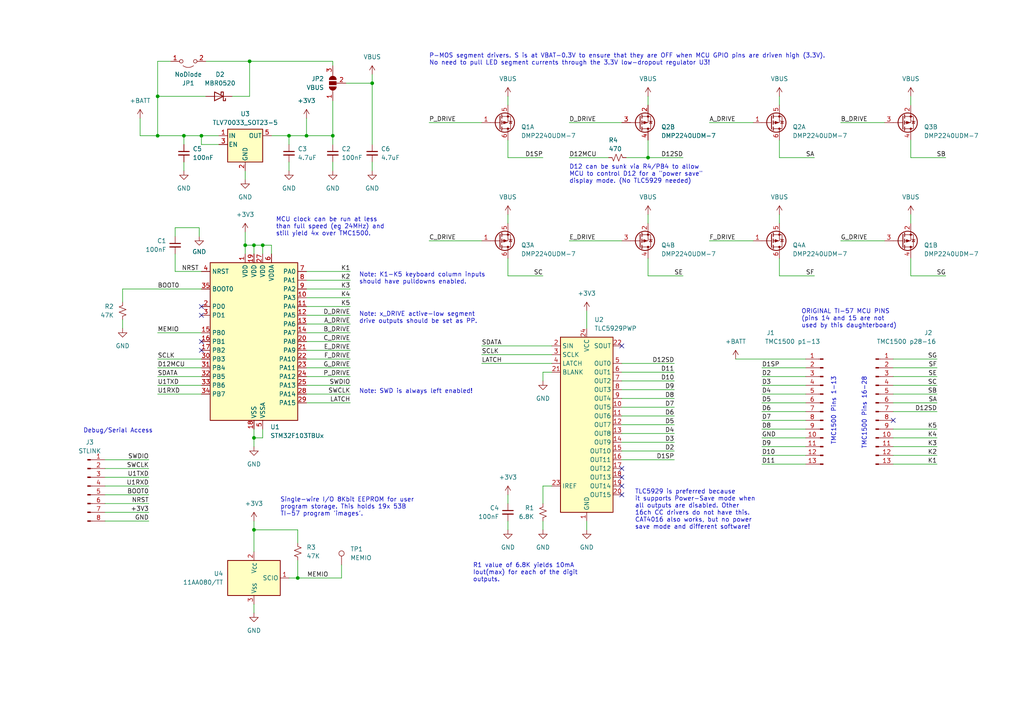
<source format=kicad_sch>
(kicad_sch (version 20230121) (generator eeschema)
  (paper "A4")
  (title_block (title "RCL-57 Retrofit MCU") (date "2024-02-26") (rev "0.2") (company "tomcircuit@gmail.com"))
  (lib_symbols
    (symbol "Connector:Conn_01x08_Pin" (pin_names (offset 1.016) hide)
      (property "Reference" "J" (at 0 10.16 0))
      (property "Value" "Conn_01x08_Pin" (at 0 -12.7 0))
      (symbol "Conn_01x08_Pin_1_1"
        (polyline (pts (xy 1.27 -10.16) (xy 0.8636 -10.16)) (stroke (width 0.1524)))
        (polyline (pts (xy 1.27 -7.62) (xy 0.8636 -7.62)) (stroke (width 0.1524)))
        (polyline (pts (xy 1.27 -5.08) (xy 0.8636 -5.08)) (stroke (width 0.1524)))
        (polyline (pts (xy 1.27 -2.54) (xy 0.8636 -2.54)) (stroke (width 0.1524)))
        (polyline (pts (xy 1.27 0) (xy 0.8636 0)) (stroke (width 0.1524)))
        (polyline (pts (xy 1.27 2.54) (xy 0.8636 2.54)) (stroke (width 0.1524)))
        (polyline (pts (xy 1.27 5.08) (xy 0.8636 5.08)) (stroke (width 0.1524)))
        (polyline (pts (xy 1.27 7.62) (xy 0.8636 7.62)) (stroke (width 0.1524)))
        (rectangle (start 0.8636 -10.033) (end 0 -10.287) (stroke (width 0.1524)) (fill (type outline)))
        (rectangle (start 0.8636 -7.493) (end 0 -7.747) (stroke (width 0.1524)) (fill (type outline)))
        (rectangle (start 0.8636 -4.953) (end 0 -5.207) (stroke (width 0.1524)) (fill (type outline)))
        (rectangle (start 0.8636 -2.413) (end 0 -2.667) (stroke (width 0.1524)) (fill (type outline)))
        (rectangle (start 0.8636 0.127) (end 0 -0.127) (stroke (width 0.1524)) (fill (type outline)))
        (rectangle (start 0.8636 2.667) (end 0 2.413) (stroke (width 0.1524)) (fill (type outline)))
        (rectangle (start 0.8636 5.207) (end 0 4.953) (stroke (width 0.1524)) (fill (type outline)))
        (rectangle (start 0.8636 7.747) (end 0 7.493) (stroke (width 0.1524)) (fill (type outline)))
        (pin passive line (at 5.08 7.62 180) (length 3.81) (name "Pin_1") (number "1"))
        (pin passive line (at 5.08 5.08 180) (length 3.81) (name "Pin_2") (number "2"))
        (pin passive line (at 5.08 2.54 180) (length 3.81) (name "Pin_3") (number "3"))
        (pin passive line (at 5.08 0 180) (length 3.81) (name "Pin_4") (number "4"))
        (pin passive line (at 5.08 -2.54 180) (length 3.81) (name "Pin_5") (number "5"))
        (pin passive line (at 5.08 -5.08 180) (length 3.81) (name "Pin_6") (number "6"))
        (pin passive line (at 5.08 -7.62 180) (length 3.81) (name "Pin_7") (number "7"))
        (pin passive line (at 5.08 -10.16 180) (length 3.81) (name "Pin_8") (number "8"))
      )
    )
    (symbol "Connector:Conn_01x13_Pin" (pin_names (offset 1.016) hide)
      (property "Reference" "J" (at 0 17.78 0))
      (property "Value" "Conn_01x13_Pin" (at 0 -17.78 0))
      (symbol "Conn_01x13_Pin_1_1"
        (polyline (pts (xy 1.27 -15.24) (xy 0.8636 -15.24)) (stroke (width 0.1524)))
        (polyline (pts (xy 1.27 -12.7) (xy 0.8636 -12.7)) (stroke (width 0.1524)))
        (polyline (pts (xy 1.27 -10.16) (xy 0.8636 -10.16)) (stroke (width 0.1524)))
        (polyline (pts (xy 1.27 -7.62) (xy 0.8636 -7.62)) (stroke (width 0.1524)))
        (polyline (pts (xy 1.27 -5.08) (xy 0.8636 -5.08)) (stroke (width 0.1524)))
        (polyline (pts (xy 1.27 -2.54) (xy 0.8636 -2.54)) (stroke (width 0.1524)))
        (polyline (pts (xy 1.27 0) (xy 0.8636 0)) (stroke (width 0.1524)))
        (polyline (pts (xy 1.27 2.54) (xy 0.8636 2.54)) (stroke (width 0.1524)))
        (polyline (pts (xy 1.27 5.08) (xy 0.8636 5.08)) (stroke (width 0.1524)))
        (polyline (pts (xy 1.27 7.62) (xy 0.8636 7.62)) (stroke (width 0.1524)))
        (polyline (pts (xy 1.27 10.16) (xy 0.8636 10.16)) (stroke (width 0.1524)))
        (polyline (pts (xy 1.27 12.7) (xy 0.8636 12.7)) (stroke (width 0.1524)))
        (polyline (pts (xy 1.27 15.24) (xy 0.8636 15.24)) (stroke (width 0.1524)))
        (rectangle (start 0.8636 -15.113) (end 0 -15.367) (stroke (width 0.1524)) (fill (type outline)))
        (rectangle (start 0.8636 -12.573) (end 0 -12.827) (stroke (width 0.1524)) (fill (type outline)))
        (rectangle (start 0.8636 -10.033) (end 0 -10.287) (stroke (width 0.1524)) (fill (type outline)))
        (rectangle (start 0.8636 -7.493) (end 0 -7.747) (stroke (width 0.1524)) (fill (type outline)))
        (rectangle (start 0.8636 -4.953) (end 0 -5.207) (stroke (width 0.1524)) (fill (type outline)))
        (rectangle (start 0.8636 -2.413) (end 0 -2.667) (stroke (width 0.1524)) (fill (type outline)))
        (rectangle (start 0.8636 0.127) (end 0 -0.127) (stroke (width 0.1524)) (fill (type outline)))
        (rectangle (start 0.8636 2.667) (end 0 2.413) (stroke (width 0.1524)) (fill (type outline)))
        (rectangle (start 0.8636 5.207) (end 0 4.953) (stroke (width 0.1524)) (fill (type outline)))
        (rectangle (start 0.8636 7.747) (end 0 7.493) (stroke (width 0.1524)) (fill (type outline)))
        (rectangle (start 0.8636 10.287) (end 0 10.033) (stroke (width 0.1524)) (fill (type outline)))
        (rectangle (start 0.8636 12.827) (end 0 12.573) (stroke (width 0.1524)) (fill (type outline)))
        (rectangle (start 0.8636 15.367) (end 0 15.113) (stroke (width 0.1524)) (fill (type outline)))
        (pin passive line (at 5.08 15.24 180) (length 3.81) (name "Pin_1") (number "1"))
        (pin passive line (at 5.08 -7.62 180) (length 3.81) (name "Pin_10") (number "10"))
        (pin passive line (at 5.08 -10.16 180) (length 3.81) (name "Pin_11") (number "11"))
        (pin passive line (at 5.08 -12.7 180) (length 3.81) (name "Pin_12") (number "12"))
        (pin passive line (at 5.08 -15.24 180) (length 3.81) (name "Pin_13") (number "13"))
        (pin passive line (at 5.08 12.7 180) (length 3.81) (name "Pin_2") (number "2"))
        (pin passive line (at 5.08 10.16 180) (length 3.81) (name "Pin_3") (number "3"))
        (pin passive line (at 5.08 7.62 180) (length 3.81) (name "Pin_4") (number "4"))
        (pin passive line (at 5.08 5.08 180) (length 3.81) (name "Pin_5") (number "5"))
        (pin passive line (at 5.08 2.54 180) (length 3.81) (name "Pin_6") (number "6"))
        (pin passive line (at 5.08 0 180) (length 3.81) (name "Pin_7") (number "7"))
        (pin passive line (at 5.08 -2.54 180) (length 3.81) (name "Pin_8") (number "8"))
        (pin passive line (at 5.08 -5.08 180) (length 3.81) (name "Pin_9") (number "9"))
      )
    )
    (symbol "Connector:TestPoint" (pin_numbers hide) (pin_names (offset 0.762) hide)
      (property "Reference" "TP" (at 0 6.858 0))
      (property "Value" "TestPoint" (at 0 5.08 0))
      (symbol "TestPoint_0_1"
        (circle (center 0 3.302) (radius 0.762))
      )
      (symbol "TestPoint_1_1"
        (pin passive line (at 0 0 90) (length 2.54) (name "1") (number "1"))
      )
    )
    (symbol "Device:C_Small" (pin_numbers hide) (pin_names (offset 0.254) hide)
      (property "Reference" "C" (at 0.254 1.778 0))
      (property "Value" "C_Small" (at 0.254 -2.032 0))
      (symbol "C_Small_0_1"
        (polyline (pts (xy -1.524 -0.508) (xy 1.524 -0.508)) (stroke (width 0.3302)))
        (polyline (pts (xy -1.524 0.508) (xy 1.524 0.508)) (stroke (width 0.3048)))
      )
      (symbol "C_Small_1_1"
        (pin passive line (at 0 2.54 270) (length 2.032) (name "~") (number "1"))
        (pin passive line (at 0 -2.54 90) (length 2.032) (name "~") (number "2"))
      )
    )
    (symbol "Device:R_Small_US" (pin_numbers hide) (pin_names (offset 0.254) hide)
      (property "Reference" "R" (at 0.762 0.508 0))
      (property "Value" "R_Small_US" (at 0.762 -1.016 0))
      (symbol "R_Small_US_1_1"
        (polyline (pts (xy 0 0) (xy 1.016 -0.381) (xy 0 -0.762) (xy -1.016 -1.143) (xy 0 -1.524)))
        (polyline (pts (xy 0 1.524) (xy 1.016 1.143) (xy 0 0.762) (xy -1.016 0.381) (xy 0 0)))
        (pin passive line (at 0 2.54 270) (length 1.016) (name "~") (number "1"))
        (pin passive line (at 0 -2.54 90) (length 1.016) (name "~") (number "2"))
      )
    )
    (symbol "Diode:MBR0520" (pin_numbers hide) (pin_names (offset 1.016) hide)
      (property "Reference" "D" (at 0 2.54 0))
      (property "Value" "MBR0520" (at 0 -2.54 0))
      (symbol "MBR0520_0_1"
        (polyline (pts (xy 1.27 0) (xy -1.27 0)))
        (polyline (pts (xy 1.27 1.27) (xy 1.27 -1.27) (xy -1.27 0) (xy 1.27 1.27)) (stroke (width 0.254)))
        (polyline (pts (xy -1.905 0.635) (xy -1.905 1.27) (xy -1.27 1.27) (xy -1.27 -1.27) (xy -0.635 -1.27) (xy -0.635 -0.635)) (stroke (width 0.254)))
      )
      (symbol "MBR0520_1_1"
        (pin passive line (at -3.81 0 0) (length 2.54) (name "K") (number "1"))
        (pin passive line (at 3.81 0 180) (length 2.54) (name "A") (number "2"))
      )
    )
    (symbol "Jumper:Jumper_2_Open" (pin_names (offset 0) hide)
      (property "Reference" "JP" (at 0 2.794 0))
      (property "Value" "Jumper_2_Open" (at 0 -2.286 0))
      (symbol "Jumper_2_Open_0_0"
        (circle (center -2.032 0) (radius 0.508))
        (circle (center 2.032 0) (radius 0.508))
      )
      (symbol "Jumper_2_Open_0_1"
        (arc (start 1.524 1.27) (mid 0 1.778) (end -1.524 1.27))
      )
      (symbol "Jumper_2_Open_1_1"
        (pin passive line (at -5.08 0 0) (length 2.54) (name "A") (number "1"))
        (pin passive line (at 5.08 0 180) (length 2.54) (name "B") (number "2"))
      )
    )
    (symbol "Jumper:SolderJumper_3_Open" (pin_names (offset 0) hide)
      (property "Reference" "JP" (at -2.54 -2.54 0))
      (property "Value" "SolderJumper_3_Open" (at 0 2.794 0))
      (symbol "SolderJumper_3_Open_0_1"
        (arc (start -1.016 1.016) (mid -2.0276 0) (end -1.016 -1.016))
        (arc (start -1.016 1.016) (mid -2.0276 0) (end -1.016 -1.016) (fill (type outline)))
        (rectangle (start -0.508 1.016) (end 0.508 -1.016) (fill (type outline)))
        (polyline (pts (xy -2.54 0) (xy -2.032 0)))
        (polyline (pts (xy -1.016 1.016) (xy -1.016 -1.016)))
        (polyline (pts (xy 0 -1.27) (xy 0 -1.016)))
        (polyline (pts (xy 1.016 1.016) (xy 1.016 -1.016)))
        (polyline (pts (xy 2.54 0) (xy 2.032 0)))
        (arc (start 1.016 -1.016) (mid 2.0276 0) (end 1.016 1.016))
        (arc (start 1.016 -1.016) (mid 2.0276 0) (end 1.016 1.016) (fill (type outline)))
      )
      (symbol "SolderJumper_3_Open_1_1"
        (pin passive line (at -5.08 0 0) (length 2.54) (name "A") (number "1"))
        (pin passive line (at 0 -3.81 90) (length 2.54) (name "C") (number "2"))
        (pin passive line (at 5.08 0 180) (length 2.54) (name "B") (number "3"))
      )
    )
    (symbol "MCU_ST_STM32F1:STM32F103TBUx"
      (property "Reference" "U" (at -12.7 24.13 0))
      (property "Value" "STM32F103TBUx" (at 7.62 24.13 0))
      (symbol "STM32F103TBUx_0_1"
        (rectangle (start -12.7 -22.86) (end 12.7 22.86) (stroke (width 0.254)) (fill (type background)))
      )
      (symbol "STM32F103TBUx_1_1"
        (pin power_in line (at -2.54 25.4 270) (length 2.54) (name "VDD") (number "1"))
        (pin bidirectional line (at 15.24 12.7 180) (length 2.54) (name "PA3") (number "10"))
        (pin bidirectional line (at 15.24 10.16 180) (length 2.54) (name "PA4") (number "11"))
        (pin bidirectional line (at 15.24 7.62 180) (length 2.54) (name "PA5") (number "12"))
        (pin bidirectional line (at 15.24 5.08 180) (length 2.54) (name "PA6") (number "13"))
        (pin bidirectional line (at 15.24 2.54 180) (length 2.54) (name "PA7") (number "14"))
        (pin bidirectional line (at -15.24 2.54 0) (length 2.54) (name "PB0") (number "15"))
        (pin bidirectional line (at -15.24 0 0) (length 2.54) (name "PB1") (number "16"))
        (pin bidirectional line (at -15.24 -2.54 0) (length 2.54) (name "PB2") (number "17"))
        (pin power_in line (at 0 -25.4 90) (length 2.54) (name "VSS") (number "18"))
        (pin power_in line (at 0 25.4 270) (length 2.54) (name "VDD") (number "19"))
        (pin bidirectional line (at -15.24 10.16 0) (length 2.54) (name "PD0") (number "2"))
        (pin bidirectional line (at 15.24 0 180) (length 2.54) (name "PA8") (number "20"))
        (pin bidirectional line (at 15.24 -2.54 180) (length 2.54) (name "PA9") (number "21"))
        (pin bidirectional line (at 15.24 -5.08 180) (length 2.54) (name "PA10") (number "22"))
        (pin bidirectional line (at 15.24 -7.62 180) (length 2.54) (name "PA11") (number "23"))
        (pin bidirectional line (at 15.24 -10.16 180) (length 2.54) (name "PA12") (number "24"))
        (pin bidirectional line (at 15.24 -12.7 180) (length 2.54) (name "PA13") (number "25"))
        (pin passive line (at 0 -25.4 90) (length 2.54) hide (name "VSS") (number "26"))
        (pin power_in line (at 2.54 25.4 270) (length 2.54) (name "VDD") (number "27"))
        (pin bidirectional line (at 15.24 -15.24 180) (length 2.54) (name "PA14") (number "28"))
        (pin bidirectional line (at 15.24 -17.78 180) (length 2.54) (name "PA15") (number "29"))
        (pin bidirectional line (at -15.24 7.62 0) (length 2.54) (name "PD1") (number "3"))
        (pin bidirectional line (at -15.24 -5.08 0) (length 2.54) (name "PB3") (number "30"))
        (pin bidirectional line (at -15.24 -7.62 0) (length 2.54) (name "PB4") (number "31"))
        (pin bidirectional line (at -15.24 -10.16 0) (length 2.54) (name "PB5") (number "32"))
        (pin bidirectional line (at -15.24 -12.7 0) (length 2.54) (name "PB6") (number "33"))
        (pin bidirectional line (at -15.24 -15.24 0) (length 2.54) (name "PB7") (number "34"))
        (pin input line (at -15.24 15.24 0) (length 2.54) (name "BOOT0") (number "35"))
        (pin passive line (at 0 -25.4 90) (length 2.54) hide (name "VSS") (number "36"))
        (pin passive line (at 0 -25.4 90) (length 2.54) hide (name "VSS") (number "37"))
        (pin input line (at -15.24 20.32 0) (length 2.54) (name "NRST") (number "4"))
        (pin power_in line (at 2.54 -25.4 90) (length 2.54) (name "VSSA") (number "5"))
        (pin power_in line (at 5.08 25.4 270) (length 2.54) (name "VDDA") (number "6"))
        (pin bidirectional line (at 15.24 20.32 180) (length 2.54) (name "PA0") (number "7"))
        (pin bidirectional line (at 15.24 17.78 180) (length 2.54) (name "PA1") (number "8"))
        (pin bidirectional line (at 15.24 15.24 180) (length 2.54) (name "PA2") (number "9"))
      )
    )
    (symbol "Regulator_Linear:TLV70033_SOT23-5" (pin_names (offset 0.254))
      (property "Reference" "U3" (at 0 8.89 0))
      (property "Value" "TLV70033_SOT23-5" (at 0 6.35 0))
      (symbol "TLV70033_SOT23-5_0_1"
        (rectangle (start -5.08 4.445) (end 5.08 -5.08) (stroke (width 0.254)) (fill (type background)))
      )
      (symbol "TLV70033_SOT23-5_1_1"
        (pin power_in line (at -7.62 2.54 0) (length 2.54) (name "IN") (number "1"))
        (pin power_in line (at 0 -7.62 90) (length 2.54) (name "GND") (number "2"))
        (pin input line (at -7.62 0 0) (length 2.54) (name "EN") (number "3"))
        (pin power_in line (at 0 -7.62 90) (length 2.54) hide (name "NC") (number "4"))
        (pin power_out line (at 7.62 2.54 180) (length 2.54) (name "OUT") (number "5"))
      )
    )
    (symbol "power:+3V3" (power) (pin_names (offset 0))
      (property "Value" "+3V3" (at 0 3.556 0))
      (symbol "+3V3_0_1"
        (polyline (pts (xy -0.762 1.27) (xy 0 2.54)))
        (polyline (pts (xy 0 0) (xy 0 2.54)))
        (polyline (pts (xy 0 2.54) (xy 0.762 1.27)))
      )
      (symbol "+3V3_1_1"
        (pin power_in line (at 0 0 90) (length 0) hide (name "+3V3") (number "1"))
      )
    )
    (symbol "power:+BATT" (power) (pin_names (offset 0))
      (property "Value" "+BATT" (at 0 3.556 0))
      (symbol "+BATT_0_1"
        (polyline (pts (xy -0.762 1.27) (xy 0 2.54)))
        (polyline (pts (xy 0 0) (xy 0 2.54)))
        (polyline (pts (xy 0 2.54) (xy 0.762 1.27)))
      )
      (symbol "+BATT_1_1"
        (pin power_in line (at 0 0 90) (length 0) hide (name "+BATT") (number "1"))
      )
    )
    (symbol "power:GND" (power) (pin_names (offset 0))
      (property "Value" "GND" (at 0 -3.81 0))
      (symbol "GND_0_1"
        (polyline (pts (xy 0 0) (xy 0 -1.27) (xy 1.27 -1.27) (xy 0 -2.54) (xy -1.27 -1.27) (xy 0 -1.27)))
      )
      (symbol "GND_1_1"
        (pin power_in line (at 0 0 270) (length 0) hide (name "GND") (number "1"))
      )
    )
    (symbol "power:VBUS" (power) (pin_names (offset 0))
      (property "Value" "VBUS" (at 0 3.81 0))
      (symbol "VBUS_0_1"
        (polyline (pts (xy -0.762 1.27) (xy 0 2.54)))
        (polyline (pts (xy 0 0) (xy 0 2.54)))
        (polyline (pts (xy 0 2.54) (xy 0.762 1.27)))
      )
      (symbol "VBUS_1_1"
        (pin power_in line (at 0 0 90) (length 0) hide (name "VBUS") (number "1"))
      )
    )
    (symbol "ti57_library:11AAxxx/TT"
      (property "Reference" "U" (at -7.62 6.35 0))
      (property "Value" "11AAxxx/TT" (at 2.54 -6.35 0))
      (symbol "11AAxxx/TT_1_1"
        (rectangle (start -7.62 5.08) (end 7.62 -5.08) (stroke (width 0.254)) (fill (type background)))
        (pin bidirectional line (at 10.16 0 180) (length 2.54) (name "SCIO") (number "1"))
        (pin power_in line (at 0 7.62 270) (length 2.54) (name "V_{CC}") (number "2"))
        (pin power_in line (at 0 -7.62 90) (length 2.54) (name "V_{SS}") (number "3"))
      )
    )
    (symbol "ti57_library:DMP2240UDM-7" (pin_names hide)
      (property "Reference" "Q" (at 5.08 2.54 0))
      (property "Value" "DMP2240UDM-7" (at 5.08 0 0))
      (symbol "DMP2240UDM-7_1_1"
        (polyline (pts (xy 0.2511 1.9119) (xy 0.2511 -1.8981)) (stroke (width 0.254)))
        (polyline (pts (xy 0.254 0) (xy -2.54 0)))
        (polyline (pts (xy 0.7591 -1.2631) (xy 0.7591 -2.2791)) (stroke (width 0.254)))
        (polyline (pts (xy 0.7591 0.5149) (xy 0.7591 -0.5011)) (stroke (width 0.254)))
        (polyline (pts (xy 0.7591 2.2929) (xy 0.7591 1.2769)) (stroke (width 0.254)))
        (polyline (pts (xy 2.5371 -1.8981) (xy 2.5371 -2.5331)))
        (polyline (pts (xy 2.5371 2.5469) (xy 2.5371 0.0069) (xy 0.7591 0.0069)))
        (polyline (pts (xy 0.7591 -1.7711) (xy 3.2991 -1.7711) (xy 3.2991 1.7849) (xy 0.7591 1.7849)))
        (polyline (pts (xy 2.2831 0.0069) (xy 1.2671 -0.3741) (xy 1.2671 0.3879) (xy 2.2831 0.0069)) (fill (type outline)))
        (polyline (pts (xy 2.7911 0.5149) (xy 2.9181 0.3879) (xy 3.6801 0.3879) (xy 3.8071 0.2609)))
        (polyline (pts (xy 3.2991 0.3879) (xy 2.9181 -0.2471) (xy 3.6801 -0.2471) (xy 3.2991 0.3879)))
        (circle (center 1.6481 0.0069) (radius 2.794) (stroke (width 0.254)))
        (circle (center 2.5371 -1.7711) (radius 0.254) (fill (type outline)))
        (circle (center 2.5371 1.7849) (radius 0.254) (fill (type outline)))
        (pin input line (at -5.08 0 0) (length 2.54) (name "GA") (number "1"))
        (pin passive line (at 2.54 5.08 270) (length 2.54) (name "SA") (number "5"))
        (pin passive line (at 2.54 -5.08 90) (length 2.54) (name "DA") (number "6"))
      )
      (symbol "DMP2240UDM-7_2_1"
        (polyline (pts (xy 0.254 0) (xy -2.54 0)))
        (polyline (pts (xy 0.254 1.905) (xy 0.254 -1.905)) (stroke (width 0.254)))
        (polyline (pts (xy 0.762 -1.27) (xy 0.762 -2.286)) (stroke (width 0.254)))
        (polyline (pts (xy 0.762 0.508) (xy 0.762 -0.508)) (stroke (width 0.254)))
        (polyline (pts (xy 0.762 2.286) (xy 0.762 1.27)) (stroke (width 0.254)))
        (polyline (pts (xy 2.54 -1.905) (xy 2.54 -2.54)))
        (polyline (pts (xy 2.54 2.54) (xy 2.54 0) (xy 0.762 0)))
        (polyline (pts (xy 0.762 -1.778) (xy 3.302 -1.778) (xy 3.302 1.778) (xy 0.762 1.778)))
        (polyline (pts (xy 2.286 0) (xy 1.27 -0.381) (xy 1.27 0.381) (xy 2.286 0)) (fill (type outline)))
        (polyline (pts (xy 2.794 0.508) (xy 2.921 0.381) (xy 3.683 0.381) (xy 3.81 0.254)))
        (polyline (pts (xy 3.302 0.381) (xy 2.921 -0.254) (xy 3.683 -0.254) (xy 3.302 0.381)))
        (circle (center 1.651 0) (radius 2.794) (stroke (width 0.254)))
        (circle (center 2.54 -1.778) (radius 0.254) (fill (type outline)))
        (circle (center 2.54 1.778) (radius 0.254) (fill (type outline)))
        (pin passive line (at 2.54 5.08 270) (length 2.54) (name "SB") (number "2"))
        (pin input line (at -5.08 0 0) (length 2.54) (name "GB") (number "3"))
        (pin passive line (at 2.54 -5.08 90) (length 2.54) (name "DB") (number "4"))
      )
    )
    (symbol "ti57_library:TLC5929PWP"
      (property "Reference" "U" (at -7.62 26.67 0))
      (property "Value" "TLC5929PWP" (at 6.35 -26.67 0))
      (symbol "TLC5929PWP_0_1"
        (rectangle (start -7.62 25.4) (end 7.62 -25.4) (stroke (width 0.254)) (fill (type background)))
      )
      (symbol "TLC5929PWP_1_1"
        (pin power_in line (at 0 -27.94 90) (length 2.54) (name "GND") (number "1"))
        (pin open_collector line (at 10.16 5.08 180) (length 2.54) (name "OUT5") (number "10"))
        (pin open_collector line (at 10.16 2.54 180) (length 2.54) (name "OUT6") (number "11"))
        (pin open_collector line (at 10.16 0 180) (length 2.54) (name "OUT7") (number "12"))
        (pin open_collector line (at 10.16 -2.54 180) (length 2.54) (name "OUT8") (number "13"))
        (pin open_collector line (at 10.16 -5.08 180) (length 2.54) (name "OUT9") (number "14"))
        (pin open_collector line (at 10.16 -7.62 180) (length 2.54) (name "OUT10") (number "15"))
        (pin open_collector line (at 10.16 -10.16 180) (length 2.54) (name "OUT11") (number "16"))
        (pin open_collector line (at 10.16 -12.7 180) (length 2.54) (name "OUT12") (number "17"))
        (pin open_collector line (at 10.16 -15.24 180) (length 2.54) (name "OUT13") (number "18"))
        (pin open_collector line (at 10.16 -17.78 180) (length 2.54) (name "OUT14") (number "19"))
        (pin input line (at -10.16 22.86 0) (length 2.54) (name "SIN") (number "2"))
        (pin open_collector line (at 10.16 -20.32 180) (length 2.54) (name "OUT15") (number "20"))
        (pin input line (at -10.16 15.24 0) (length 2.54) (name "BLANK") (number "21"))
        (pin output line (at 10.16 22.86 180) (length 2.54) (name "SOUT") (number "22"))
        (pin input line (at -10.16 -17.78 0) (length 2.54) (name "IREF") (number "23"))
        (pin power_in line (at 0 27.94 270) (length 2.54) (name "VCC") (number "24"))
        (pin passive line (at 0 -27.94 90) (length 2.54) hide (name "GND") (number "25"))
        (pin input line (at -10.16 20.32 0) (length 2.54) (name "SCLK") (number "3"))
        (pin input line (at -10.16 17.78 0) (length 2.54) (name "LATCH") (number "4"))
        (pin open_collector line (at 10.16 17.78 180) (length 2.54) (name "OUT0") (number "5"))
        (pin open_collector line (at 10.16 15.24 180) (length 2.54) (name "OUT1") (number "6"))
        (pin open_collector line (at 10.16 12.7 180) (length 2.54) (name "OUT2") (number "7"))
        (pin open_collector line (at 10.16 10.16 180) (length 2.54) (name "OUT3") (number "8"))
        (pin open_collector line (at 10.16 7.62 180) (length 2.54) (name "OUT4") (number "9"))
      )
    )
  )
  (junction (at 88.9 39.37))
  (junction (at 76.2 71.12))
  (junction (at 96.52 39.37))
  (junction (at 107.95 24.13))
  (junction (at 72.39 17.78))
  (junction (at 45.72 39.37))
  (junction (at 83.82 39.37))
  (junction (at 71.12 71.12))
  (junction (at 53.34 39.37))
  (junction (at 73.66 127))
  (junction (at 86.36 167.64))
  (junction (at 58.42 39.37))
  (junction (at 73.66 153.67))
  (junction (at 73.66 71.12))
  (junction (at 187.96 45.72))
  (junction (at 45.72 27.94))
  (no_connect (at 58.42 101.6))
  (no_connect (at 58.42 88.9))
  (no_connect (at 180.34 100.33))
  (no_connect (at 180.34 143.51))
  (no_connect (at 180.34 138.43))
  (no_connect (at 259.08 121.92))
  (no_connect (at 58.42 99.06))
  (no_connect (at 58.42 91.44))
  (no_connect (at 180.34 140.97))
  (no_connect (at 180.34 135.89))
  (wire (pts (xy 259.08 111.76) (xy 271.78 111.76)))
  (wire (pts (xy 180.34 105.41) (xy 195.58 105.41)))
  (wire (pts (xy 259.08 127) (xy 271.78 127)))
  (wire (pts (xy 50.8 78.74) (xy 50.8 73.66)))
  (wire (pts (xy 50.8 66.04) (xy 57.785 66.04)))
  (wire (pts (xy 76.2 73.66) (xy 76.2 71.12)))
  (wire (pts (xy 180.34 107.95) (xy 195.58 107.95)))
  (wire (pts (xy 45.72 106.68) (xy 58.42 106.68)))
  (wire (pts (xy 101.6 81.28) (xy 88.9 81.28)))
  (wire (pts (xy 181.61 45.72) (xy 187.96 45.72)))
  (wire (pts (xy 259.08 116.84) (xy 271.78 116.84)))
  (wire (pts (xy 259.08 109.22) (xy 271.78 109.22)))
  (wire (pts (xy 45.72 27.94) (xy 45.72 39.37)))
  (wire (pts (xy 170.18 151.13) (xy 170.18 153.67)))
  (wire (pts (xy 147.32 80.01) (xy 157.48 80.01)))
  (wire (pts (xy 220.98 132.08) (xy 233.68 132.08)))
  (wire (pts (xy 187.96 27.94) (xy 187.96 30.48)))
  (wire (pts (xy 180.34 113.03) (xy 195.58 113.03)))
  (wire (pts (xy 243.84 35.56) (xy 256.54 35.56)))
  (wire (pts (xy 45.72 39.37) (xy 53.34 39.37)))
  (wire (pts (xy 220.98 124.46) (xy 233.68 124.46)))
  (wire (pts (xy 187.96 62.23) (xy 187.96 64.77)))
  (wire (pts (xy 45.72 111.76) (xy 58.42 111.76)))
  (wire (pts (xy 187.96 80.01) (xy 198.12 80.01)))
  (wire (pts (xy 160.02 140.97) (xy 157.48 140.97)))
  (wire (pts (xy 124.46 35.56) (xy 139.7 35.56)))
  (wire (pts (xy 96.52 39.37) (xy 96.52 41.91)))
  (wire (pts (xy 101.6 83.82) (xy 88.9 83.82)))
  (wire (pts (xy 49.53 17.78) (xy 45.72 17.78)))
  (wire (pts (xy 264.16 45.72) (xy 274.32 45.72)))
  (wire (pts (xy 30.48 140.97) (xy 43.18 140.97)))
  (wire (pts (xy 139.7 102.87) (xy 160.02 102.87)))
  (wire (pts (xy 220.98 109.22) (xy 233.68 109.22)))
  (wire (pts (xy 147.32 62.23) (xy 147.32 64.77)))
  (wire (pts (xy 53.34 39.37) (xy 53.34 41.91)))
  (wire (pts (xy 157.48 107.95) (xy 160.02 107.95)))
  (wire (pts (xy 78.74 73.66) (xy 78.74 71.12)))
  (wire (pts (xy 78.74 71.12) (xy 76.2 71.12)))
  (wire (pts (xy 73.66 127) (xy 73.66 129.54)))
  (wire (pts (xy 86.36 157.48) (xy 86.36 153.67)))
  (wire (pts (xy 30.48 151.13) (xy 43.18 151.13)))
  (wire (pts (xy 58.42 104.14) (xy 45.72 104.14)))
  (wire (pts (xy 259.08 106.68) (xy 271.78 106.68)))
  (wire (pts (xy 83.82 39.37) (xy 83.82 41.91)))
  (wire (pts (xy 165.1 69.85) (xy 180.34 69.85)))
  (wire (pts (xy 88.9 86.36) (xy 101.6 86.36)))
  (wire (pts (xy 58.42 109.22) (xy 45.72 109.22)))
  (wire (pts (xy 226.06 62.23) (xy 226.06 64.77)))
  (wire (pts (xy 220.98 116.84) (xy 233.68 116.84)))
  (wire (pts (xy 124.46 69.85) (xy 139.7 69.85)))
  (wire (pts (xy 71.12 71.12) (xy 71.12 73.66)))
  (wire (pts (xy 35.56 83.82) (xy 35.56 87.63)))
  (wire (pts (xy 101.6 104.14) (xy 88.9 104.14)))
  (wire (pts (xy 264.16 74.93) (xy 264.16 80.01)))
  (wire (pts (xy 101.6 91.44) (xy 88.9 91.44)))
  (wire (pts (xy 73.66 71.12) (xy 73.66 73.66)))
  (wire (pts (xy 259.08 124.46) (xy 271.78 124.46)))
  (wire (pts (xy 205.74 35.56) (xy 218.44 35.56)))
  (wire (pts (xy 180.34 120.65) (xy 195.58 120.65)))
  (wire (pts (xy 96.52 19.05) (xy 96.52 17.78)))
  (wire (pts (xy 83.82 46.99) (xy 83.82 49.53)))
  (wire (pts (xy 147.32 40.64) (xy 147.32 45.72)))
  (wire (pts (xy 187.96 74.93) (xy 187.96 80.01)))
  (wire (pts (xy 76.2 127) (xy 73.66 127)))
  (wire (pts (xy 30.48 148.59) (xy 43.18 148.59)))
  (wire (pts (xy 101.6 109.22) (xy 88.9 109.22)))
  (wire (pts (xy 226.06 45.72) (xy 236.22 45.72)))
  (wire (pts (xy 264.16 80.01) (xy 274.32 80.01)))
  (wire (pts (xy 259.08 129.54) (xy 271.78 129.54)))
  (wire (pts (xy 63.5 41.91) (xy 58.42 41.91)))
  (wire (pts (xy 83.82 39.37) (xy 88.9 39.37)))
  (wire (pts (xy 30.48 133.35) (xy 43.18 133.35)))
  (wire (pts (xy 96.52 29.21) (xy 96.52 39.37)))
  (wire (pts (xy 220.98 129.54) (xy 233.68 129.54)))
  (wire (pts (xy 180.34 115.57) (xy 195.58 115.57)))
  (wire (pts (xy 101.6 99.06) (xy 88.9 99.06)))
  (wire (pts (xy 45.72 96.52) (xy 58.42 96.52)))
  (wire (pts (xy 180.34 123.19) (xy 195.58 123.19)))
  (wire (pts (xy 170.18 90.17) (xy 170.18 95.25)))
  (wire (pts (xy 101.6 111.76) (xy 88.9 111.76)))
  (wire (pts (xy 73.66 151.13) (xy 73.66 153.67)))
  (wire (pts (xy 180.34 118.11) (xy 195.58 118.11)))
  (wire (pts (xy 73.66 71.12) (xy 76.2 71.12)))
  (wire (pts (xy 67.31 27.94) (xy 72.39 27.94)))
  (wire (pts (xy 35.56 83.82) (xy 58.42 83.82)))
  (wire (pts (xy 101.6 114.3) (xy 88.9 114.3)))
  (wire (pts (xy 226.06 80.01) (xy 236.22 80.01)))
  (wire (pts (xy 226.06 40.64) (xy 226.06 45.72)))
  (wire (pts (xy 101.6 78.74) (xy 88.9 78.74)))
  (wire (pts (xy 72.39 17.78) (xy 96.52 17.78)))
  (wire (pts (xy 220.98 119.38) (xy 233.68 119.38)))
  (wire (pts (xy 73.66 175.26) (xy 73.66 177.8)))
  (wire (pts (xy 45.72 17.78) (xy 45.72 27.94)))
  (wire (pts (xy 99.06 163.83) (xy 99.06 167.64)))
  (wire (pts (xy 180.34 110.49) (xy 195.58 110.49)))
  (wire (pts (xy 180.34 133.35) (xy 195.58 133.35)))
  (wire (pts (xy 220.98 106.68) (xy 233.68 106.68)))
  (wire (pts (xy 180.34 128.27) (xy 195.58 128.27)))
  (wire (pts (xy 30.48 135.89) (xy 43.18 135.89)))
  (wire (pts (xy 30.48 138.43) (xy 43.18 138.43)))
  (wire (pts (xy 45.72 114.3) (xy 58.42 114.3)))
  (wire (pts (xy 86.36 167.64) (xy 99.06 167.64)))
  (wire (pts (xy 88.9 116.84) (xy 101.6 116.84)))
  (wire (pts (xy 35.56 92.71) (xy 35.56 95.25)))
  (wire (pts (xy 180.34 130.81) (xy 195.58 130.81)))
  (wire (pts (xy 264.16 62.23) (xy 264.16 64.77)))
  (wire (pts (xy 139.7 100.33) (xy 160.02 100.33)))
  (wire (pts (xy 58.42 39.37) (xy 63.5 39.37)))
  (wire (pts (xy 40.64 34.29) (xy 40.64 39.37)))
  (wire (pts (xy 107.95 46.99) (xy 107.95 49.53)))
  (wire (pts (xy 58.42 41.91) (xy 58.42 39.37)))
  (wire (pts (xy 259.08 119.38) (xy 271.78 119.38)))
  (wire (pts (xy 139.7 105.41) (xy 160.02 105.41)))
  (wire (pts (xy 71.12 67.31) (xy 71.12 71.12)))
  (wire (pts (xy 58.42 78.74) (xy 50.8 78.74)))
  (wire (pts (xy 264.16 27.94) (xy 264.16 30.48)))
  (wire (pts (xy 88.9 39.37) (xy 96.52 39.37)))
  (wire (pts (xy 40.64 39.37) (xy 45.72 39.37)))
  (wire (pts (xy 147.32 143.51) (xy 147.32 146.05)))
  (wire (pts (xy 220.98 111.76) (xy 233.68 111.76)))
  (wire (pts (xy 72.39 17.78) (xy 72.39 27.94)))
  (wire (pts (xy 157.48 107.95) (xy 157.48 110.49)))
  (wire (pts (xy 165.1 45.72) (xy 176.53 45.72)))
  (wire (pts (xy 243.84 69.85) (xy 256.54 69.85)))
  (wire (pts (xy 147.32 151.13) (xy 147.32 153.67)))
  (wire (pts (xy 101.6 93.98) (xy 88.9 93.98)))
  (wire (pts (xy 73.66 124.46) (xy 73.66 127)))
  (wire (pts (xy 147.32 74.93) (xy 147.32 80.01)))
  (wire (pts (xy 213.36 104.14) (xy 233.68 104.14)))
  (wire (pts (xy 53.34 46.99) (xy 53.34 49.53)))
  (wire (pts (xy 205.74 69.85) (xy 218.44 69.85)))
  (wire (pts (xy 78.74 39.37) (xy 83.82 39.37)))
  (wire (pts (xy 180.34 125.73) (xy 195.58 125.73)))
  (wire (pts (xy 107.95 24.13) (xy 107.95 41.91)))
  (wire (pts (xy 53.34 39.37) (xy 58.42 39.37)))
  (wire (pts (xy 71.12 71.12) (xy 73.66 71.12)))
  (wire (pts (xy 30.48 143.51) (xy 43.18 143.51)))
  (wire (pts (xy 101.6 88.9) (xy 88.9 88.9)))
  (wire (pts (xy 220.98 127) (xy 233.68 127)))
  (wire (pts (xy 147.32 45.72) (xy 157.48 45.72)))
  (wire (pts (xy 259.08 104.14) (xy 271.78 104.14)))
  (wire (pts (xy 57.785 66.04) (xy 57.785 68.58)))
  (wire (pts (xy 96.52 46.99) (xy 96.52 49.53)))
  (wire (pts (xy 226.06 74.93) (xy 226.06 80.01)))
  (wire (pts (xy 226.06 27.94) (xy 226.06 30.48)))
  (wire (pts (xy 259.08 114.3) (xy 271.78 114.3)))
  (wire (pts (xy 157.48 140.97) (xy 157.48 146.05)))
  (wire (pts (xy 88.9 34.29) (xy 88.9 39.37)))
  (wire (pts (xy 73.66 153.67) (xy 73.66 160.02)))
  (wire (pts (xy 101.6 96.52) (xy 88.9 96.52)))
  (wire (pts (xy 71.12 49.53) (xy 71.12 52.07)))
  (wire (pts (xy 259.08 134.62) (xy 271.78 134.62)))
  (wire (pts (xy 264.16 40.64) (xy 264.16 45.72)))
  (wire (pts (xy 220.98 134.62) (xy 233.68 134.62)))
  (wire (pts (xy 101.6 106.68) (xy 88.9 106.68)))
  (wire (pts (xy 147.32 27.94) (xy 147.32 30.48)))
  (wire (pts (xy 101.6 101.6) (xy 88.9 101.6)))
  (wire (pts (xy 220.98 114.3) (xy 233.68 114.3)))
  (wire (pts (xy 187.96 45.72) (xy 198.12 45.72)))
  (wire (pts (xy 86.36 167.64) (xy 86.36 162.56)))
  (wire (pts (xy 259.08 132.08) (xy 271.78 132.08)))
  (wire (pts (xy 157.48 151.13) (xy 157.48 153.67)))
  (wire (pts (xy 187.96 40.64) (xy 187.96 45.72)))
  (wire (pts (xy 73.66 153.67) (xy 86.36 153.67)))
  (wire (pts (xy 50.8 68.58) (xy 50.8 66.04)))
  (wire (pts (xy 59.69 17.78) (xy 72.39 17.78)))
  (wire (pts (xy 30.48 146.05) (xy 43.18 146.05)))
  (wire (pts (xy 76.2 124.46) (xy 76.2 127)))
  (wire (pts (xy 107.95 24.13) (xy 107.95 21.59)))
  (wire (pts (xy 220.98 121.92) (xy 233.68 121.92)))
  (wire (pts (xy 100.33 24.13) (xy 107.95 24.13)))
  (wire (pts (xy 165.1 35.56) (xy 180.34 35.56)))
  (wire (pts (xy 45.72 27.94) (xy 59.69 27.94)))
  (wire (pts (xy 83.82 167.64) (xy 86.36 167.64)))
  (text "TLC5929 is preferred because\nit supports Power-Save mode when\nall outputs are disabled. Other\n16ch CC drivers do not have this.\nCAT4016 also works, but no power\nsave mode and different software!" (at 184.15 153.67 0) (effects (font (size 1.27 1.27)) (justify left bottom)))
  (text "D12 can be sunk via R4/PB4 to allow\nMCU to control D12 for a \"power save\"\ndisplay mode. (No TLC5929 needed)" (at 165.1 53.34 0) (effects (font (size 1.27 1.27)) (justify left bottom)))
  (text "Single-wire I/O 8Kbit EEPROM for user\nprogram storage. This holds 19x 53B \nTI-57 program 'images'." (at 81.28 149.86 0) (effects (font (size 1.27 1.27)) (justify left bottom)))
  (text "Note: SWD is always left enabled!" (at 104.14 114.3 0) (effects (font (size 1.27 1.27)) (justify left bottom)))
  (text "TMC1500 Pins 1-13" (at 242.57 109.22 90) (effects (font (size 1.27 1.27)) (justify right bottom)))
  (text "ORIGINAL TI-57 MCU PINS\n(pins 14 and 15 are not\nused by this daughterboard)" (at 232.41 95.25 0) (effects (font (size 1.27 1.27)) (justify left bottom)))
  (text "Note: K1-K5 keyboard column inputs \nshould have pulldowns enabled." (at 104.14 82.55 0) (effects (font (size 1.27 1.27)) (justify left bottom)))
  (text "R1 value of 6.8K yields 10mA\nIout(max) for each of the digit\noutputs." (at 137.16 168.91 0) (effects (font (size 1.27 1.27)) (justify left bottom)))
  (text "TMC1500 Pins 16-28" (at 251.46 109.22 90) (effects (font (size 1.27 1.27)) (justify right bottom)))
  (text "Debug/Serial Access" (at 24.13 125.73 0) (effects (font (size 1.27 1.27)) (justify left bottom)))
  (text "P-MOS segment drivers. S is at VBAT-0.3V to ensure that they are OFF when MCU GPIO pins are driven high (3.3V).\nNo need to pull LED segment currents through the 3.3V low-dropout regulator U3!" (at 124.46 19.05 0) (effects (font (size 1.27 1.27)) (justify left bottom)))
  (text "MCU clock can be run at less\nthan full speed (eg 24MHz) and \nstill yield 4x over TMC1500." (at 80.01 68.58 0) (effects (font (size 1.27 1.27)) (justify left bottom)))
  (text "Note: x_DRIVE active-low segment \ndrive outputs should be set as PP. " (at 104.14 93.98 0) (effects (font (size 1.27 1.27)) (justify left bottom)))
  (label "C_DRIVE" (at 101.6 99.06 180))
  (label "SCLK" (at 45.72 104.14 0))
  (label "K5" (at 271.78 124.46 180))
  (label "D7" (at 195.58 118.11 180))
  (label "SWDIO" (at 43.18 133.35 180))
  (label "G_DRIVE" (at 243.84 69.85 0))
  (label "LATCH" (at 101.6 116.84 180))
  (label "D12SD" (at 271.78 119.38 180))
  (label "K4" (at 271.78 127 180))
  (label "K3" (at 101.6 83.82 180))
  (label "D6" (at 195.58 120.65 180))
  (label "E_DRIVE" (at 101.6 101.6 180))
  (label "SWDIO" (at 101.6 111.76 180))
  (label "U1RXD" (at 45.72 114.3 0))
  (label "U1RXD" (at 43.18 140.97 180))
  (label "SCLK" (at 139.7 102.87 0))
  (label "B_DRIVE" (at 243.84 35.56 0))
  (label "B_DRIVE" (at 101.6 96.52 180))
  (label "SDATA" (at 139.7 100.33 0))
  (label "D12MCU" (at 165.1 45.72 0))
  (label "D12MCU" (at 45.72 106.68 0))
  (label "SA" (at 271.78 116.84 180))
  (label "A_DRIVE" (at 101.6 93.98 180))
  (label "GND" (at 43.18 151.13 180))
  (label "SWCLK" (at 101.6 114.3 180))
  (label "SF" (at 236.22 80.01 180))
  (label "K4" (at 101.6 86.36 180))
  (label "BOOT0" (at 45.72 83.82 0))
  (label "SDATA" (at 45.72 109.22 0))
  (label "K2" (at 101.6 81.28 180))
  (label "D11" (at 195.58 107.95 180))
  (label "C_DRIVE" (at 124.46 69.85 0))
  (label "U1TXD" (at 45.72 111.76 0))
  (label "D9" (at 220.98 129.54 0))
  (label "NRST" (at 52.705 78.74 0))
  (label "SE" (at 198.12 80.01 180))
  (label "U1TXD" (at 43.18 138.43 180))
  (label "D2" (at 195.58 130.81 180))
  (label "P_DRIVE" (at 124.46 35.56 0))
  (label "D5" (at 195.58 123.19 180))
  (label "E_DRIVE" (at 165.1 69.85 0))
  (label "SB" (at 274.32 45.72 180))
  (label "GND" (at 220.98 127 0))
  (label "G_DRIVE" (at 101.6 106.68 180))
  (label "+3V3" (at 43.18 148.59 180))
  (label "D12SD" (at 195.58 105.41 180))
  (label "D3" (at 195.58 128.27 180))
  (label "NRST" (at 43.18 146.05 180))
  (label "D1SP" (at 220.98 106.68 0))
  (label "SF" (at 271.78 106.68 180))
  (label "D_DRIVE" (at 101.6 91.44 180))
  (label "D7" (at 220.98 121.92 0))
  (label "F_DRIVE" (at 101.6 104.14 180))
  (label "K1" (at 271.78 134.62 180))
  (label "D4" (at 220.98 114.3 0))
  (label "SC" (at 157.48 80.01 180))
  (label "MEMIO" (at 45.72 96.52 0))
  (label "SB" (at 271.78 114.3 180))
  (label "D10" (at 220.98 132.08 0))
  (label "SG" (at 274.32 80.01 180))
  (label "SE" (at 271.78 109.22 180))
  (label "P_DRIVE" (at 101.6 109.22 180))
  (label "SC" (at 271.78 111.76 180))
  (label "K2" (at 271.78 132.08 180))
  (label "D1SP" (at 157.48 45.72 180))
  (label "D2" (at 220.98 109.22 0))
  (label "D8" (at 220.98 124.46 0))
  (label "D5" (at 220.98 116.84 0))
  (label "D_DRIVE" (at 165.1 35.56 0))
  (label "MEMIO" (at 95.25 167.64 180))
  (label "F_DRIVE" (at 205.74 69.85 0))
  (label "D6" (at 220.98 119.38 0))
  (label "SA" (at 236.22 45.72 180))
  (label "LATCH" (at 139.7 105.41 0))
  (label "K3" (at 271.78 129.54 180))
  (label "SWCLK" (at 43.18 135.89 180))
  (label "D8" (at 195.58 115.57 180))
  (label "K5" (at 101.6 88.9 180))
  (label "D1SP" (at 195.58 133.35 180))
  (label "K1" (at 101.6 78.74 180))
  (label "D3" (at 220.98 111.76 0))
  (label "D12SD" (at 198.12 45.72 180))
  (label "D10" (at 195.58 110.49 180))
  (label "D4" (at 195.58 125.73 180))
  (label "SG" (at 271.78 104.14 180))
  (label "D9" (at 195.58 113.03 180))
  (label "BOOT0" (at 43.18 143.51 180))
  (label "A_DRIVE" (at 205.74 35.56 0))
  (label "D11" (at 220.98 134.62 0))
  (symbol (lib_id "power:+3V3") (at 73.66 151.13 0) (unit 1)
    (property "Reference" "#PWR030" (effects hide))
    (property "Value" "+3V3" (at 73.66 146.05 0))
  )
  (symbol (lib_id "power:+3V3") (at 170.18 90.17 0) (unit 1)
    (property "Reference" "#PWR016" (effects hide))
    (property "Value" "+3V3" (at 170.18 85.09 0))
  )
  (symbol (lib_id "ti57_library:TLC5929PWP") (at 170.18 123.19 0) (unit 1)
    (property "Reference" "U2" (at 172.3741 92.71 0) (effects (justify left)))
    (property "Value" "TLC5929PWP" (at 172.3741 95.25 0) (effects (justify left)))
    (property "Footprint" "Package_SO:TSSOP-24-1EP_4.4x7.8mm_P0.65mm_EP3.2x5mm" (effects hide))
    (property "Datasheet" "https://www.ti.com/lit/ds/symlink/tlc5929.pdf" (effects hide))
  )
  (symbol (lib_id "power:VBUS") (at 147.32 27.94 0) (unit 1)
    (property "Reference" "#PWR029" (effects hide))
    (property "Value" "VBUS" (at 147.32 22.86 0))
  )
  (symbol (lib_id "power:GND") (at 147.32 153.67 0) (unit 1)
    (property "Reference" "#PWR022" (effects hide))
    (property "Value" "GND" (at 147.32 158.75 0))
  )
  (symbol (lib_id "MCU_ST_STM32F1:STM32F103TBUx") (at 73.66 99.06 0) (unit 1)
    (property "Reference" "U1" (at 78.3941 123.825 0) (effects (justify left)))
    (property "Value" "STM32F103TBUx" (at 78.3941 126.365 0) (effects (justify left)))
    (property "Footprint" "Package_DFN_QFN:QFN-36-1EP_6x6mm_P0.5mm_EP4.1x4.1mm" (effects hide))
    (property "Datasheet" "https://www.st.com/resource/en/datasheet/stm32f103tb.pdf" (effects hide))
  )
  (symbol (lib_id "Device:R_Small_US") (at 179.07 45.72 270) (mirror x) (unit 1)
    (property "Reference" "R4" (at 176.53 40.64 90) (effects (justify left)))
    (property "Value" "470" (at 176.53 43.18 90) (effects (justify left)))
    (property "Footprint" "Resistor_SMD:R_0805_2012Metric_Pad1.20x1.40mm_HandSolder" (effects hide))
  )
  (symbol (lib_id "power:+BATT") (at 213.36 104.14 0) (unit 1)
    (property "Reference" "#PWR011" (effects hide))
    (property "Value" "+BATT" (at 213.36 99.06 0))
  )
  (symbol (lib_id "power:VBUS") (at 264.16 62.23 0) (unit 1)
    (property "Reference" "#PWR010" (effects hide))
    (property "Value" "VBUS" (at 264.16 57.15 0))
  )
  (symbol (lib_id "ti57_library:11AAxxx/TT") (at 73.66 167.64 0) (unit 1)
    (property "Reference" "U4" (at 64.77 166.37 0) (effects (justify right)))
    (property "Value" "11AA080/TT" (at 64.77 168.91 0) (effects (justify right)))
    (property "Footprint" "Package_TO_SOT_SMD:SOT-23" (effects hide))
    (property "Datasheet" "https://ww1.microchip.com/downloads/en/DeviceDoc/22067J.pdf" (effects hide))
  )
  (symbol (lib_id "Regulator_Linear:TLV70033_SOT23-5") (at 71.12 41.91 0) (unit 1)
    (property "Reference" "U3" (at 71.12 33.02 0))
    (property "Value" "TLV70033_SOT23-5" (at 71.12 35.56 0))
    (property "Footprint" "Package_TO_SOT_SMD:SOT-23-5" (effects hide))
    (property "Datasheet" "http://www.ti.com/lit/ds/symlink/tlv700.pdf" (effects hide))
  )
  (symbol (lib_id "power:GND") (at 107.95 49.53 0) (unit 1)
    (property "Reference" "#PWR013" (effects hide))
    (property "Value" "GND" (at 107.95 54.61 0))
  )
  (symbol (lib_id "Device:C_Small") (at 96.52 44.45 0) (unit 1)
    (property "Reference" "C2" (at 99.06 43.1863 0) (effects (justify left)))
    (property "Value" "100nF" (at 99.06 45.7263 0) (effects (justify left)))
    (property "Footprint" "Capacitor_SMD:C_0805_2012Metric" (effects hide))
  )
  (symbol (lib_id "Device:C_Small") (at 147.32 148.59 0) (unit 1)
    (property "Reference" "C4" (at 144.78 147.3263 0) (effects (justify right)))
    (property "Value" "100nF" (at 144.78 149.8663 0) (effects (justify right)))
    (property "Footprint" "Capacitor_SMD:C_0805_2012Metric" (effects hide))
  )
  (symbol (lib_id "ti57_library:DMP2240UDM-7") (at 144.78 69.85 0) (unit 1)
    (property "Reference" "Q3" (at 151.13 71.1131 0) (effects (justify left)))
    (property "Value" "DMP2240UDM-7" (at 151.13 73.6531 0) (effects (justify left)))
    (property "Footprint" "Package_TO_SOT_SMD:SOT-23-6" (effects hide))
    (property "Datasheet" "https://www.diodes.com/assets/Datasheets/ds31197.pdf" (effects hide))
  )
  (symbol (lib_id "power:VBUS") (at 187.96 62.23 0) (unit 1)
    (property "Reference" "#PWR08" (effects hide))
    (property "Value" "VBUS" (at 187.96 57.15 0))
  )
  (symbol (lib_id "power:GND") (at 157.48 110.49 0) (unit 1)
    (property "Reference" "#PWR024" (effects hide))
    (property "Value" "GND" (at 157.48 115.57 0))
  )
  (symbol (lib_id "Device:C_Small") (at 50.8 71.12 0) (mirror y) (unit 1)
    (property "Reference" "C1" (at 48.26 69.8563 0) (effects (justify left)))
    (property "Value" "100nF" (at 48.26 72.3963 0) (effects (justify left)))
    (property "Footprint" "Capacitor_SMD:C_0805_2012Metric" (effects hide))
  )
  (symbol (lib_id "power:+3V3") (at 71.12 67.31 0) (unit 1)
    (property "Reference" "#PWR015" (effects hide))
    (property "Value" "+3V3" (at 71.12 62.23 0))
  )
  (symbol (lib_id "Connector:Conn_01x13_Pin") (at 238.76 119.38 0) (mirror y) (unit 1)
    (property "Reference" "J1" (at 223.52 96.52 0))
    (property "Value" "TMC1500 p1-13" (at 229.87 99.06 0))
    (property "Footprint" "Connector_PinHeader_2.54mm:PinHeader_1x13_P2.54mm_Vertical" (effects hide))
  )
  (symbol (lib_id "Connector:Conn_01x08_Pin") (at 25.4 140.97 0) (unit 1)
    (property "Reference" "J3" (at 26.035 128.27 0))
    (property "Value" "STLINK" (at 26.035 130.81 0))
    (property "Footprint" "Connector_PinHeader_2.00mm:PinHeader_1x08_P2.00mm_Vertical" (effects hide))
  )
  (symbol (lib_id "ti57_library:DMP2240UDM-7") (at 185.42 35.56 0) (unit 2)
    (property "Reference" "Q2" (at 191.77 36.83 0) (effects (justify left)))
    (property "Value" "DMP2240UDM-7" (at 191.77 39.37 0) (effects (justify left)))
    (property "Footprint" "Package_TO_SOT_SMD:SOT-23-6" (effects hide))
    (property "Datasheet" "https://www.diodes.com/assets/Datasheets/ds31197.pdf" (effects hide))
  )
  (symbol (lib_id "power:GND") (at 157.48 153.67 0) (unit 1)
    (property "Reference" "#PWR017" (effects hide))
    (property "Value" "GND" (at 157.48 158.75 0))
  )
  (symbol (lib_id "power:GND") (at 83.82 49.53 0) (unit 1)
    (property "Reference" "#PWR021" (effects hide))
    (property "Value" "GND" (at 83.82 54.61 0))
  )
  (symbol (lib_id "ti57_library:DMP2240UDM-7") (at 185.42 69.85 0) (unit 2)
    (property "Reference" "Q4" (at 191.77 71.12 0) (effects (justify left)))
    (property "Value" "DMP2240UDM-7" (at 191.77 73.66 0) (effects (justify left)))
    (property "Footprint" "Package_TO_SOT_SMD:SOT-23-6" (effects hide))
    (property "Datasheet" "https://www.diodes.com/assets/Datasheets/ds31197.pdf" (effects hide))
  )
  (symbol (lib_id "power:+3V3") (at 88.9 34.29 0) (unit 1)
    (property "Reference" "#PWR020" (effects hide))
    (property "Value" "+3V3" (at 88.9 29.21 0))
  )
  (symbol (lib_id "Connector:Conn_01x13_Pin") (at 254 119.38 0) (unit 1)
    (property "Reference" "J2" (at 269.24 96.52 0))
    (property "Value" "TMC1500 p28-16" (at 262.89 99.06 0))
    (property "Footprint" "Connector_PinHeader_2.54mm:PinHeader_1x13_P2.54mm_Vertical" (effects hide))
  )
  (symbol (lib_id "Device:R_Small_US") (at 35.56 90.17 0) (mirror y) (unit 1)
    (property "Reference" "R2" (at 33.02 88.9 0) (effects (justify left)))
    (property "Value" "47K" (at 33.02 91.44 0) (effects (justify left)))
    (property "Footprint" "Resistor_SMD:R_0805_2012Metric_Pad1.20x1.40mm_HandSolder" (effects hide))
  )
  (symbol (lib_id "power:VBUS") (at 147.32 62.23 0) (unit 1)
    (property "Reference" "#PWR07" (effects hide))
    (property "Value" "VBUS" (at 147.32 57.15 0))
  )
  (symbol (lib_id "power:GND") (at 73.66 177.8 0) (unit 1)
    (property "Reference" "#PWR027" (effects hide))
    (property "Value" "GND" (at 73.66 182.88 0))
  )
  (symbol (lib_id "Device:C_Small") (at 83.82 44.45 0) (unit 1)
    (property "Reference" "C3" (at 86.36 43.1863 0) (effects (justify left)))
    (property "Value" "4.7uF" (at 86.36 45.7263 0) (effects (justify left)))
    (property "Footprint" "Capacitor_SMD:C_0805_2012Metric" (effects hide))
  )
  (symbol (lib_id "Jumper:SolderJumper_3_Open") (at 96.52 24.13 90) (unit 1)
    (property "Reference" "JP2" (at 93.98 22.86 90) (effects (justify left)))
    (property "Value" "VBUS" (at 93.98 25.4 90) (effects (justify left)))
    (property "Footprint" "Jumper:SolderJumper-3_P1.3mm_Open_RoundedPad1.0x1.5mm_NumberLabels" (effects hide))
  )
  (symbol (lib_id "ti57_library:DMP2240UDM-7") (at 261.62 35.56 0) (unit 2)
    (property "Reference" "Q3" (at 267.97 36.83 0) (effects (justify left)))
    (property "Value" "DMP2240UDM-7" (at 267.97 39.37 0) (effects (justify left)))
    (property "Footprint" "Package_TO_SOT_SMD:SOT-23-6" (effects hide))
    (property "Datasheet" "https://www.diodes.com/assets/Datasheets/ds31197.pdf" (effects hide))
  )
  (symbol (lib_id "Jumper:Jumper_2_Open") (at 54.61 17.78 0) (mirror x) (unit 1)
    (property "Reference" "JP1" (at 54.61 24.13 0))
    (property "Value" "NoDiode" (at 54.61 21.59 0))
    (property "Footprint" "Jumper:SolderJumper-2_P1.3mm_Open_RoundedPad1.0x1.5mm" (effects hide))
  )
  (symbol (lib_id "ti57_library:DMP2240UDM-7") (at 223.52 35.56 0) (unit 1)
    (property "Reference" "Q2" (at 229.87 36.8231 0) (effects (justify left)))
    (property "Value" "DMP2240UDM-7" (at 229.87 39.3631 0) (effects (justify left)))
    (property "Footprint" "Package_TO_SOT_SMD:SOT-23-6" (effects hide))
    (property "Datasheet" "https://www.diodes.com/assets/Datasheets/ds31197.pdf" (effects hide))
  )
  (symbol (lib_id "power:GND") (at 35.56 95.25 0) (unit 1)
    (property "Reference" "#PWR018" (effects hide))
    (property "Value" "GND" (at 35.56 100.33 0))
  )
  (symbol (lib_id "power:VBUS") (at 226.06 62.23 0) (unit 1)
    (property "Reference" "#PWR09" (effects hide))
    (property "Value" "VBUS" (at 226.06 57.15 0))
  )
  (symbol (lib_id "power:GND") (at 96.52 49.53 0) (unit 1)
    (property "Reference" "#PWR019" (effects hide))
    (property "Value" "GND" (at 96.52 54.61 0))
  )
  (symbol (lib_id "Connector:TestPoint") (at 99.06 163.83 0) (unit 1)
    (property "Reference" "TP1" (at 101.6 159.258 0) (effects (justify left)))
    (property "Value" "MEMIO" (at 101.6 161.798 0) (effects (justify left)))
    (property "Footprint" "TestPoint:TestPoint_Pad_D1.5mm" (effects hide))
  )
  (symbol (lib_id "power:+3V3") (at 147.32 143.51 0) (mirror y) (unit 1)
    (property "Reference" "#PWR023" (effects hide))
    (property "Value" "+3V3" (at 147.32 138.43 0))
  )
  (symbol (lib_id "power:GND") (at 73.66 129.54 0) (unit 1)
    (property "Reference" "#PWR012" (effects hide))
    (property "Value" "GND" (at 73.66 134.62 0))
  )
  (symbol (lib_id "Device:C_Small") (at 53.34 44.45 0) (unit 1)
    (property "Reference" "C5" (at 55.88 43.1863 0) (effects (justify left)))
    (property "Value" "100nF" (at 55.88 45.7263 0) (effects (justify left)))
    (property "Footprint" "Capacitor_SMD:C_0805_2012Metric" (effects hide))
  )
  (symbol (lib_id "ti57_library:DMP2240UDM-7") (at 261.62 69.85 0) (unit 2)
    (property "Reference" "Q1" (at 267.97 71.12 0) (effects (justify left)))
    (property "Value" "DMP2240UDM-7" (at 267.97 73.66 0) (effects (justify left)))
    (property "Footprint" "Package_TO_SOT_SMD:SOT-23-6" (effects hide))
    (property "Datasheet" "https://www.diodes.com/assets/Datasheets/ds31197.pdf" (effects hide))
  )
  (symbol (lib_id "power:GND") (at 57.785 68.58 0) (unit 1)
    (property "Reference" "#PWR025" (effects hide))
    (property "Value" "GND" (at 57.785 73.025 0))
  )
  (symbol (lib_id "Diode:MBR0520") (at 63.5 27.94 180) (unit 1)
    (property "Reference" "D2" (at 63.8175 21.59 0))
    (property "Value" "MBR0520" (at 63.8175 24.13 0))
    (property "Footprint" "Diode_SMD:D_SOD-123" (effects hide))
    (property "Datasheet" "http://www.mccsemi.com/up_pdf/MBR0520~MBR0580(SOD123).pdf" (effects hide))
  )
  (symbol (lib_id "Device:C_Small") (at 107.95 44.45 0) (unit 1)
    (property "Reference" "C6" (at 110.49 43.1863 0) (effects (justify left)))
    (property "Value" "4.7uF" (at 110.49 45.7263 0) (effects (justify left)))
    (property "Footprint" "Capacitor_SMD:C_0805_2012Metric" (effects hide))
  )
  (symbol (lib_id "Device:R_Small_US") (at 157.48 148.59 0) (mirror y) (unit 1)
    (property "Reference" "R1" (at 154.94 147.32 0) (effects (justify left)))
    (property "Value" "6.8K" (at 154.94 149.86 0) (effects (justify left)))
    (property "Footprint" "Resistor_SMD:R_0805_2012Metric_Pad1.20x1.40mm_HandSolder" (effects hide))
  )
  (symbol (lib_id "power:VBUS") (at 226.06 27.94 0) (unit 1)
    (property "Reference" "#PWR05" (effects hide))
    (property "Value" "VBUS" (at 226.06 22.86 0))
  )
  (symbol (lib_id "power:GND") (at 170.18 153.67 0) (unit 1)
    (property "Reference" "#PWR014" (effects hide))
    (property "Value" "GND" (at 170.18 158.75 0))
  )
  (symbol (lib_id "power:VBUS") (at 264.16 27.94 0) (unit 1)
    (property "Reference" "#PWR06" (effects hide))
    (property "Value" "VBUS" (at 264.16 22.86 0))
  )
  (symbol (lib_id "power:VBUS") (at 107.95 21.59 0) (unit 1)
    (property "Reference" "#PWR028" (effects hide))
    (property "Value" "VBUS" (at 107.95 16.51 0))
  )
  (symbol (lib_id "power:VBUS") (at 187.96 27.94 0) (unit 1)
    (property "Reference" "#PWR04" (effects hide))
    (property "Value" "VBUS" (at 187.96 22.86 0))
  )
  (symbol (lib_id "power:GND") (at 53.34 49.53 0) (unit 1)
    (property "Reference" "#PWR03" (effects hide))
    (property "Value" "GND" (at 53.34 54.61 0))
  )
  (symbol (lib_id "ti57_library:DMP2240UDM-7") (at 144.78 35.56 0) (unit 1)
    (property "Reference" "Q1" (at 151.13 36.8231 0) (effects (justify left)))
    (property "Value" "DMP2240UDM-7" (at 151.13 39.3631 0) (effects (justify left)))
    (property "Footprint" "Package_TO_SOT_SMD:SOT-23-6" (effects hide))
    (property "Datasheet" "https://www.diodes.com/assets/Datasheets/ds31197.pdf" (effects hide))
  )
  (symbol (lib_id "ti57_library:DMP2240UDM-7") (at 223.52 69.85 0) (unit 1)
    (property "Reference" "Q4" (at 229.87 71.1131 0) (effects (justify left)))
    (property "Value" "DMP2240UDM-7" (at 229.87 73.6531 0) (effects (justify left)))
    (property "Footprint" "Package_TO_SOT_SMD:SOT-23-6" (effects hide))
    (property "Datasheet" "https://www.diodes.com/assets/Datasheets/ds31197.pdf" (effects hide))
  )
  (symbol (lib_id "Device:R_Small_US") (at 86.36 160.02 0) (unit 1)
    (property "Reference" "R3" (at 88.9 158.75 0) (effects (justify left)))
    (property "Value" "47K" (at 88.9 161.29 0) (effects (justify left)))
    (property "Footprint" "Resistor_SMD:R_0805_2012Metric_Pad1.20x1.40mm_HandSolder" (effects hide))
  )
  (symbol (lib_id "power:GND") (at 71.12 52.07 0) (unit 1)
    (property "Reference" "#PWR01" (effects hide))
    (property "Value" "GND" (at 71.12 57.15 0))
  )
  (symbol (lib_id "power:+BATT") (at 40.64 34.29 0) (unit 1)
    (property "Reference" "#PWR02" (effects hide))
    (property "Value" "+BATT" (at 40.64 29.21 0))
  )
)
</source>
